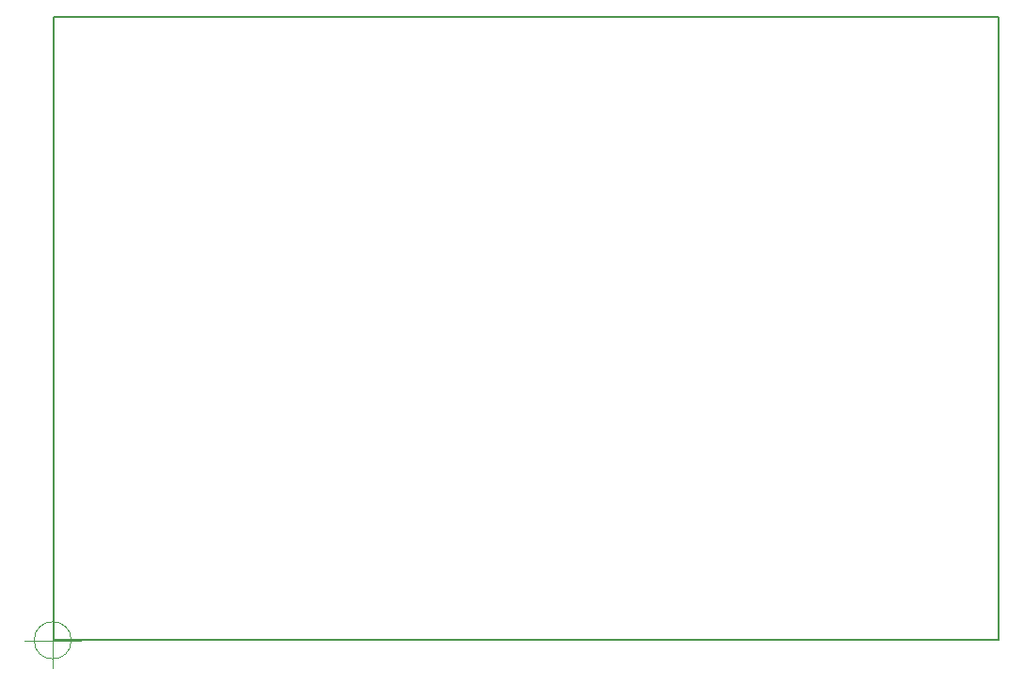
<source format=gm1>
%TF.GenerationSoftware,KiCad,Pcbnew,(6.0.1)*%
%TF.CreationDate,2022-11-09T22:58:21+01:00*%
%TF.ProjectId,stepgen_differential_bob,73746570-6765-46e5-9f64-696666657265,rev?*%
%TF.SameCoordinates,Original*%
%TF.FileFunction,Profile,NP*%
%FSLAX46Y46*%
G04 Gerber Fmt 4.6, Leading zero omitted, Abs format (unit mm)*
G04 Created by KiCad (PCBNEW (6.0.1)) date 2022-11-09 22:58:21*
%MOMM*%
%LPD*%
G01*
G04 APERTURE LIST*
%TA.AperFunction,Profile*%
%ADD10C,0.200000*%
%TD*%
%TA.AperFunction,Profile*%
%ADD11C,0.100000*%
%TD*%
G04 APERTURE END LIST*
D10*
X0Y0D02*
X85000000Y0D01*
X85000000Y0D02*
X85000000Y-56000000D01*
X85000000Y-56000000D02*
X0Y-56000000D01*
X0Y-56000000D02*
X0Y0D01*
D11*
X1610666Y-56056000D02*
G75*
G03*
X1610666Y-56056000I-1666666J0D01*
G01*
X-2556000Y-56056000D02*
X2444000Y-56056000D01*
X-56000Y-53556000D02*
X-56000Y-58556000D01*
M02*

</source>
